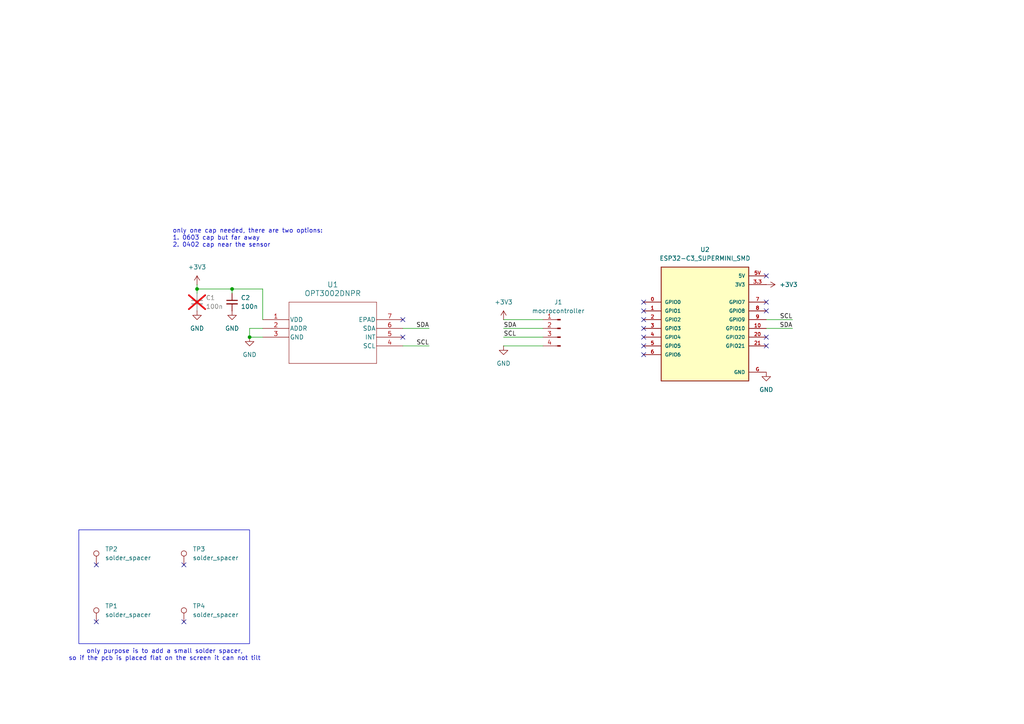
<source format=kicad_sch>
(kicad_sch (version 20250114) (generator "eeschema") (generator_version "9.0")
  (paper "A4")
  (lib_symbols
    (symbol "Connector:Conn_01x04_Pin" (pin_names (offset 1.016) (hide yes))
      (property "Reference" "J" (at 0 5.08 0))
      (property "Value" "Conn_01x04_Pin" (at 0 -7.62 0))
      (symbol "Conn_01x04_Pin_1_1"
        (rectangle (start 0.8636 2.667) (end 0 2.413) (stroke (width 0.1524)) (fill (type outline)))
        (rectangle (start 0.8636 0.127) (end 0 -0.127) (stroke (width 0.1524)) (fill (type outline)))
        (rectangle (start 0.8636 -2.413) (end 0 -2.667) (stroke (width 0.1524)) (fill (type outline)))
        (rectangle (start 0.8636 -4.953) (end 0 -5.207) (stroke (width 0.1524)) (fill (type outline)))
        (polyline (pts (xy 1.27 2.54) (xy 0.8636 2.54)) (stroke (width 0.1524)))
        (polyline (pts (xy 1.27 0) (xy 0.8636 0)) (stroke (width 0.1524)))
        (polyline (pts (xy 1.27 -2.54) (xy 0.8636 -2.54)) (stroke (width 0.1524)))
        (polyline (pts (xy 1.27 -5.08) (xy 0.8636 -5.08)) (stroke (width 0.1524)))
        (pin passive line (at 5.08 2.54 180) (length 3.81) (name "Pin_1") (number "1"))
        (pin passive line (at 5.08 0 180) (length 3.81) (name "Pin_2") (number "2"))
        (pin passive line (at 5.08 -2.54 180) (length 3.81) (name "Pin_3") (number "3"))
        (pin passive line (at 5.08 -5.08 180) (length 3.81) (name "Pin_4") (number "4"))
      )
    )
    (symbol "Connector:TestPoint" (pin_numbers (hide yes)) (pin_names (offset 0.762) (hide yes))
      (property "Reference" "TP" (at 0 6.858 0))
      (property "Value" "TestPoint" (at 0 5.08 0))
      (symbol "TestPoint_0_1"
        (circle (center 0 3.302) (radius 0.762))
      )
      (symbol "TestPoint_1_1"
        (pin passive line (at 0 0 90) (length 2.54) (name "1") (number "1"))
      )
    )
    (symbol "Device:C_Small" (pin_numbers (hide yes)) (pin_names (offset 0.254) (hide yes))
      (property "Reference" "C" (at 0.254 1.778 0))
      (property "Value" "C_Small" (at 0.254 -2.032 0))
      (symbol "C_Small_0_1"
        (polyline (pts (xy -1.524 0.508) (xy 1.524 0.508)) (stroke (width 0.3048)))
        (polyline (pts (xy -1.524 -0.508) (xy 1.524 -0.508)) (stroke (width 0.3302)))
      )
      (symbol "C_Small_1_1"
        (pin passive line (at 0 2.54 270) (length 2.032) (name "~") (number "1"))
        (pin passive line (at 0 -2.54 90) (length 2.032) (name "~") (number "2"))
      )
    )
    (symbol "opt3002_breakout:ESP32-C3_SUPERMINI_SMD" (pin_names (offset 1.016))
      (property "Reference" "U" (at -12.7 16.002 0))
      (property "Value" "ESP32-C3_SUPERMINI_SMD" (at -12.7 -20.32 0))
      (symbol "ESP32-C3_SUPERMINI_SMD_0_0"
        (rectangle (start -12.7 -17.78) (end 12.7 15.24) (stroke (width 0.254)) (fill (type background)))
        (pin bidirectional line (at -17.78 5.08 0) (length 5.08) (name "GPIO0") (number "0"))
        (pin bidirectional line (at -17.78 2.54 0) (length 5.08) (name "GPIO1") (number "1"))
        (pin bidirectional line (at -17.78 0 0) (length 5.08) (name "GPIO2") (number "2"))
        (pin bidirectional line (at -17.78 -2.54 0) (length 5.08) (name "GPIO3") (number "3"))
        (pin bidirectional line (at -17.78 -5.08 0) (length 5.08) (name "GPIO4") (number "4"))
        (pin bidirectional line (at -17.78 -7.62 0) (length 5.08) (name "GPIO5") (number "5"))
        (pin bidirectional line (at -17.78 -10.16 0) (length 5.08) (name "GPIO6") (number "6"))
        (pin power_in line (at 17.78 12.7 180) (length 5.08) (name "5V") (number "5V"))
        (pin power_in line (at 17.78 10.16 180) (length 5.08) (name "3V3") (number "3.3"))
        (pin bidirectional line (at 17.78 5.08 180) (length 5.08) (name "GPIO7") (number "7"))
        (pin bidirectional line (at 17.78 2.54 180) (length 5.08) (name "GPIO8") (number "8"))
        (pin bidirectional line (at 17.78 0 180) (length 5.08) (name "GPIO9") (number "9"))
        (pin bidirectional line (at 17.78 -2.54 180) (length 5.08) (name "GPIO10") (number "10"))
        (pin bidirectional line (at 17.78 -5.08 180) (length 5.08) (name "GPIO20") (number "20"))
        (pin bidirectional line (at 17.78 -7.62 180) (length 5.08) (name "GPIO21") (number "21"))
        (pin power_in line (at 17.78 -15.24 180) (length 5.08) (name "GND") (number "G"))
      )
    )
    (symbol "opt3002_breakout:OPT3002DNPR" (pin_names (offset 0.254))
      (property "Reference" "U" (at 20.32 10.16 0))
      (property "Value" "OPT3002DNPR" (at 20.32 7.62 0))
      (symbol "OPT3002DNPR_0_1"
        (polyline (pts (xy 7.62 5.08) (xy 7.62 -12.7)) (stroke (width 0.127)))
        (polyline (pts (xy 7.62 -12.7) (xy 33.02 -12.7)) (stroke (width 0.127)))
        (polyline (pts (xy 33.02 5.08) (xy 7.62 5.08)) (stroke (width 0.127)))
        (polyline (pts (xy 33.02 -12.7) (xy 33.02 5.08)) (stroke (width 0.127)))
        (pin power_in line (at 0 0 0) (length 7.62) (name "VDD") (number "1"))
        (pin unspecified line (at 0 -2.54 0) (length 7.62) (name "ADDR") (number "2"))
        (pin power_out line (at 0 -5.08 0) (length 7.62) (name "GND") (number "3"))
        (pin unspecified line (at 40.64 0 180) (length 7.62) (name "EPAD") (number "7"))
        (pin unspecified line (at 40.64 -2.54 180) (length 7.62) (name "SDA") (number "6"))
        (pin unspecified line (at 40.64 -5.08 180) (length 7.62) (name "INT") (number "5"))
        (pin unspecified line (at 40.64 -7.62 180) (length 7.62) (name "SCL") (number "4"))
      )
    )
    (symbol "power:+3V3" (power) (pin_numbers (hide yes)) (pin_names (offset 0) (hide yes))
      (property "Value" "+3V3" (at 0 3.556 0))
      (symbol "+3V3_0_1"
        (polyline (pts (xy -0.762 1.27) (xy 0 2.54)))
        (polyline (pts (xy 0 2.54) (xy 0.762 1.27)))
        (polyline (pts (xy 0 0) (xy 0 2.54)))
      )
      (symbol "+3V3_1_1"
        (pin power_in line (at 0 0 90) (length 0) (name "~") (number "1"))
      )
    )
    (symbol "power:GND" (power) (pin_numbers (hide yes)) (pin_names (offset 0) (hide yes))
      (property "Value" "GND" (at 0 -3.81 0))
      (symbol "GND_0_1"
        (polyline (pts (xy 0 0) (xy 0 -1.27) (xy 1.27 -1.27) (xy 0 -2.54) (xy -1.27 -1.27) (xy 0 -1.27)))
      )
      (symbol "GND_1_1"
        (pin power_in line (at 0 0 270) (length 0) (name "~") (number "1"))
      )
    )
  )
  (rectangle (start 22.86 153.67) (end 72.39 186.69))
  (text "only one cap needed, there are two options:\n1. 0603 cap but far away\n2. 0402 cap near the sensor" (at 50.038 69.088 0) (effects (font (size 1.27 1.27)) (justify left)))
  (text "only purpose is to add a small solder spacer,\nso if the pcb is placed flat on the screen it can not tilt" (at 47.752 189.992 0) (effects (font (size 1.27 1.27))))
  (junction (at 67.31 83.82))
  (junction (at 57.15 83.82))
  (junction (at 72.39 97.79))
  (no_connect (at 186.69 97.79))
  (no_connect (at 27.94 180.34))
  (no_connect (at 222.25 100.33))
  (no_connect (at 222.25 97.79))
  (no_connect (at 53.34 163.83))
  (no_connect (at 186.69 95.25))
  (no_connect (at 116.84 92.71))
  (no_connect (at 186.69 92.71))
  (no_connect (at 222.25 90.17))
  (no_connect (at 116.84 97.79))
  (no_connect (at 186.69 90.17))
  (no_connect (at 186.69 102.87))
  (no_connect (at 53.34 180.34))
  (no_connect (at 222.25 87.63))
  (no_connect (at 222.25 80.01))
  (no_connect (at 186.69 100.33))
  (no_connect (at 186.69 87.63))
  (no_connect (at 27.94 163.83))
  (wire (pts (xy 146.05 97.79) (xy 157.48 97.79)))
  (wire (pts (xy 146.05 95.25) (xy 157.48 95.25)))
  (wire (pts (xy 116.84 100.33) (xy 124.46 100.33)))
  (wire (pts (xy 72.39 97.79) (xy 76.2 97.79)))
  (wire (pts (xy 222.25 92.71) (xy 229.87 92.71)))
  (wire (pts (xy 76.2 83.82) (xy 76.2 92.71)))
  (wire (pts (xy 116.84 95.25) (xy 124.46 95.25)))
  (wire (pts (xy 72.39 95.25) (xy 72.39 97.79)))
  (wire (pts (xy 57.15 83.82) (xy 67.31 83.82)))
  (wire (pts (xy 67.31 83.82) (xy 76.2 83.82)))
  (wire (pts (xy 146.05 92.71) (xy 157.48 92.71)))
  (wire (pts (xy 67.31 85.09) (xy 67.31 83.82)))
  (wire (pts (xy 222.25 95.25) (xy 229.87 95.25)))
  (wire (pts (xy 146.05 100.33) (xy 157.48 100.33)))
  (wire (pts (xy 57.15 82.55) (xy 57.15 83.82)))
  (wire (pts (xy 57.15 83.82) (xy 57.15 85.09)))
  (wire (pts (xy 76.2 95.25) (xy 72.39 95.25)))
  (label "SCL" (at 124.46 100.33 180))
  (label "SDA" (at 124.46 95.25 180))
  (label "SDA" (at 146.05 95.25 0))
  (label "SDA" (at 229.87 95.25 180))
  (label "SCL" (at 229.87 92.71 180))
  (label "SCL" (at 146.05 97.79 0))
  (symbol (lib_id "Connector:TestPoint") (at 27.94 180.34 0) (unit 1)
    (property "Reference" "TP1" (at 30.48 175.7679 0) (effects (justify left)))
    (property "Value" "solder_spacer" (at 30.48 178.3079 0) (effects (justify left)))
    (property "Footprint" "TestPoint:TestPoint_Pad_D3.0mm" (effects (hide yes)))
    (property "Description" "test point" (effects (hide yes)))
  )
  (symbol (lib_id "Connector:Conn_01x04_Pin") (at 162.56 95.25 0) (mirror y) (unit 1)
    (property "Reference" "J1" (at 161.925 87.63 0))
    (property "Value" "mocrocontroller" (at 161.925 90.17 0))
    (property "Footprint" "opt3002_breakout:smd_pads_P2.54mm" (effects (hide yes)))
    (property "Description" "Generic connector, single row, 01x04, script generated" (effects (hide yes)))
  )
  (symbol (lib_id "opt3002_breakout:ESP32-C3_SUPERMINI_SMD") (at 204.47 92.71 0) (unit 1)
    (property "Reference" "U2" (at 204.47 72.39 0))
    (property "Value" "ESP32-C3_SUPERMINI_SMD" (at 204.47 74.93 0))
    (property "Footprint" "opt3002_breakout:MODULE_ESP32-C3_SUPERMINI" (effects (hide yes)))
    (property "MF" "Espressif Systems" (effects (hide yes)))
    (property "MAXIMUM_PACKAGE_HEIGHT" "4.2mm" (effects (hide yes)))
    (property "Package" "None" (effects (hide yes)))
    (property "Price" "None" (effects (hide yes)))
    (property "Check_prices" "https://www.snapeda.com/parts/ESP32-C3%20SuperMini_SMD/Espressif+Systems/view-part/?ref=eda" (effects (hide yes)))
    (property "STANDARD" "Manufacturer Recommendations" (effects (hide yes)))
    (property "SnapEDA_Link" "https://www.snapeda.com/parts/ESP32-C3%20SuperMini_SMD/Espressif+Systems/view-part/?ref=snap" (effects (hide yes)))
    (property "MP" "ESP32-C3 SuperMini_SMD" (effects (hide yes)))
    (property "Description_1" "Super tiny ESP32-C3 board" (effects (hide yes)))
    (property "Availability" "Not in stock" (effects (hide yes)))
    (property "MANUFACTURER" "Espressif" (effects (hide yes)))
  )
  (symbol (lib_id "power:+3V3") (at 222.25 82.55 270) (unit 1)
    (property "Reference" "#PWR06" (effects (hide yes)))
    (property "Value" "+3V3" (at 226.06 82.5499 90) (effects (justify left)))
    (property "Description" "Power symbol creates a global label with name \"+3V3\"" (effects (hide yes)))
  )
  (symbol (lib_id "Device:C_Small") (at 67.31 87.63 0) (unit 1)
    (property "Reference" "C2" (at 69.85 86.3662 0) (effects (justify left)))
    (property "Value" "100n" (at 69.85 88.9062 0) (effects (justify left)))
    (property "Footprint" "Capacitor_SMD:C_0402_1005Metric" (effects (hide yes)))
    (property "Description" "Unpolarized capacitor, small symbol" (effects (hide yes)))
  )
  (symbol (lib_id "power:+3V3") (at 57.15 82.55 0) (unit 1)
    (property "Reference" "#PWR01" (effects (hide yes)))
    (property "Value" "+3V3" (at 57.15 77.47 0))
    (property "Description" "Power symbol creates a global label with name \"+3V3\"" (effects (hide yes)))
  )
  (symbol (lib_id "Connector:TestPoint") (at 53.34 180.34 0) (unit 1)
    (property "Reference" "TP4" (at 55.88 175.7679 0) (effects (justify left)))
    (property "Value" "solder_spacer" (at 55.88 178.3079 0) (effects (justify left)))
    (property "Footprint" "TestPoint:TestPoint_Pad_D3.0mm" (effects (hide yes)))
    (property "Description" "test point" (effects (hide yes)))
  )
  (symbol (lib_id "Connector:TestPoint") (at 53.34 163.83 0) (unit 1)
    (property "Reference" "TP3" (at 55.88 159.2579 0) (effects (justify left)))
    (property "Value" "solder_spacer" (at 55.88 161.7979 0) (effects (justify left)))
    (property "Footprint" "TestPoint:TestPoint_Pad_D3.0mm" (effects (hide yes)))
    (property "Description" "test point" (effects (hide yes)))
  )
  (symbol (lib_id "power:GND") (at 222.25 107.95 0) (unit 1)
    (property "Reference" "#PWR07" (effects (hide yes)))
    (property "Value" "GND" (at 222.25 113.03 0))
    (property "Description" "Power symbol creates a global label with name \"GND\" , ground" (effects (hide yes)))
  )
  (symbol (lib_id "Connector:TestPoint") (at 27.94 163.83 0) (unit 1)
    (property "Reference" "TP2" (at 30.48 159.2579 0) (effects (justify left)))
    (property "Value" "solder_spacer" (at 30.48 161.7979 0) (effects (justify left)))
    (property "Footprint" "TestPoint:TestPoint_Pad_D3.0mm" (effects (hide yes)))
    (property "Description" "test point" (effects (hide yes)))
  )
  (symbol (lib_id "power:GND") (at 57.15 90.17 0) (unit 1)
    (property "Reference" "#PWR03" (effects (hide yes)))
    (property "Value" "GND" (at 57.15 95.25 0))
    (property "Description" "Power symbol creates a global label with name \"GND\" , ground" (effects (hide yes)))
  )
  (symbol (lib_id "power:GND") (at 146.05 100.33 0) (unit 1)
    (property "Reference" "#PWR05" (effects (hide yes)))
    (property "Value" "GND" (at 146.05 105.41 0))
    (property "Description" "Power symbol creates a global label with name \"GND\" , ground" (effects (hide yes)))
  )
  (symbol (lib_id "Device:C_Small") (at 57.15 87.63 0) (unit 1) (dnp yes)
    (property "Reference" "C1" (at 59.69 86.3662 0) (effects (justify left)))
    (property "Value" "100n" (at 59.69 88.9062 0) (effects (justify left)))
    (property "Footprint" "Capacitor_SMD:C_0603_1608Metric" (effects (hide yes)))
    (property "Description" "Unpolarized capacitor, small symbol" (effects (hide yes)))
  )
  (symbol (lib_id "power:GND") (at 72.39 97.79 0) (unit 1)
    (property "Reference" "#PWR02" (effects (hide yes)))
    (property "Value" "GND" (at 72.39 102.87 0))
    (property "Description" "Power symbol creates a global label with name \"GND\" , ground" (effects (hide yes)))
  )
  (symbol (lib_id "opt3002_breakout:OPT3002DNPR") (at 76.2 92.71 0) (unit 1)
    (property "Reference" "U1" (at 96.52 82.55 0) (effects (font (size 1.524 1.524))))
    (property "Value" "OPT3002DNPR" (at 96.52 85.09 0) (effects (font (size 1.524 1.524))))
    (property "Footprint" "opt3002_breakout:opt3002" (effects (hide yes)))
    (property "Datasheet" "https://www.ti.com/lit/ds/symlink/opt3002.pdf?HQS=dis-dk-null-digikeymode-dsf-pf-null-wwe&ts=1748707381291&ref_url=https%253A%252F%252Fwww.ti.com%252Fgeneral%252Fdocs%252Fsuppproductinfo.tsp%253FdistId%253D10%2526gotoUrl%253Dhttps%253A%252F%252Fwww.ti.com%252Flit%252Fgpn%252Fopt3002" (effects (hide yes)))
  )
  (symbol (lib_id "power:+3V3") (at 146.05 92.71 0) (unit 1)
    (property "Reference" "#PWR04" (effects (hide yes)))
    (property "Value" "+3V3" (at 146.05 87.63 0))
    (property "Description" "Power symbol creates a global label with name \"+3V3\"" (effects (hide yes)))
  )
  (symbol (lib_id "power:GND") (at 67.31 90.17 0) (unit 1)
    (property "Reference" "#PWR08" (effects (hide yes)))
    (property "Value" "GND" (at 67.31 95.25 0))
    (property "Description" "Power symbol creates a global label with name \"GND\" , ground" (effects (hide yes)))
  )
)
</source>
